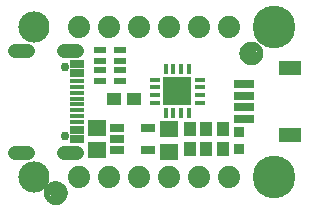
<source format=gbr>
G04 EAGLE Gerber RS-274X export*
G75*
%MOMM*%
%FSLAX34Y34*%
%LPD*%
%INSoldermask Top*%
%IPPOS*%
%AMOC8*
5,1,8,0,0,1.08239X$1,22.5*%
G01*
%ADD10C,2.641600*%
%ADD11R,1.601600X1.341600*%
%ADD12R,1.101600X1.176600*%
%ADD13R,0.901600X0.901600*%
%ADD14C,3.617600*%
%ADD15C,1.101600*%
%ADD16C,0.500000*%
%ADD17R,1.251600X0.676600*%
%ADD18R,1.251600X0.376600*%
%ADD19C,1.209600*%
%ADD20C,0.751600*%
%ADD21R,1.651600X0.701600*%
%ADD22R,1.901600X1.301600*%
%ADD23R,1.301600X0.651600*%
%ADD24R,2.401600X2.401600*%
%ADD25R,0.901600X0.451600*%
%ADD26R,0.451600X0.901600*%
%ADD27R,1.176600X1.101600*%
%ADD28R,1.001600X0.551600*%
%ADD29C,1.879600*%


D10*
X25400Y152400D03*
X25400Y25400D03*
D11*
X78740Y66650D03*
X78740Y47650D03*
D12*
X171450Y65650D03*
X171450Y48650D03*
D13*
X199390Y63380D03*
X199390Y48380D03*
D12*
X185420Y65650D03*
X185420Y48650D03*
D14*
X228600Y25400D03*
D15*
X43942Y11303D03*
D16*
X43942Y18803D02*
X43761Y18801D01*
X43580Y18794D01*
X43399Y18783D01*
X43218Y18768D01*
X43038Y18748D01*
X42858Y18724D01*
X42679Y18696D01*
X42501Y18663D01*
X42324Y18626D01*
X42147Y18585D01*
X41972Y18540D01*
X41797Y18490D01*
X41624Y18436D01*
X41453Y18378D01*
X41282Y18316D01*
X41114Y18249D01*
X40947Y18179D01*
X40781Y18105D01*
X40618Y18026D01*
X40457Y17944D01*
X40297Y17858D01*
X40140Y17768D01*
X39985Y17674D01*
X39832Y17577D01*
X39682Y17475D01*
X39534Y17371D01*
X39388Y17262D01*
X39246Y17151D01*
X39106Y17035D01*
X38969Y16917D01*
X38834Y16795D01*
X38703Y16670D01*
X38575Y16542D01*
X38450Y16411D01*
X38328Y16276D01*
X38210Y16139D01*
X38094Y15999D01*
X37983Y15857D01*
X37874Y15711D01*
X37770Y15563D01*
X37668Y15413D01*
X37571Y15260D01*
X37477Y15105D01*
X37387Y14948D01*
X37301Y14788D01*
X37219Y14627D01*
X37140Y14464D01*
X37066Y14298D01*
X36996Y14131D01*
X36929Y13963D01*
X36867Y13792D01*
X36809Y13621D01*
X36755Y13448D01*
X36705Y13273D01*
X36660Y13098D01*
X36619Y12921D01*
X36582Y12744D01*
X36549Y12566D01*
X36521Y12387D01*
X36497Y12207D01*
X36477Y12027D01*
X36462Y11846D01*
X36451Y11665D01*
X36444Y11484D01*
X36442Y11303D01*
X43942Y18803D02*
X44123Y18801D01*
X44304Y18794D01*
X44485Y18783D01*
X44666Y18768D01*
X44846Y18748D01*
X45026Y18724D01*
X45205Y18696D01*
X45383Y18663D01*
X45560Y18626D01*
X45737Y18585D01*
X45912Y18540D01*
X46087Y18490D01*
X46260Y18436D01*
X46431Y18378D01*
X46602Y18316D01*
X46770Y18249D01*
X46937Y18179D01*
X47103Y18105D01*
X47266Y18026D01*
X47427Y17944D01*
X47587Y17858D01*
X47744Y17768D01*
X47899Y17674D01*
X48052Y17577D01*
X48202Y17475D01*
X48350Y17371D01*
X48496Y17262D01*
X48638Y17151D01*
X48778Y17035D01*
X48915Y16917D01*
X49050Y16795D01*
X49181Y16670D01*
X49309Y16542D01*
X49434Y16411D01*
X49556Y16276D01*
X49674Y16139D01*
X49790Y15999D01*
X49901Y15857D01*
X50010Y15711D01*
X50114Y15563D01*
X50216Y15413D01*
X50313Y15260D01*
X50407Y15105D01*
X50497Y14948D01*
X50583Y14788D01*
X50665Y14627D01*
X50744Y14464D01*
X50818Y14298D01*
X50888Y14131D01*
X50955Y13963D01*
X51017Y13792D01*
X51075Y13621D01*
X51129Y13448D01*
X51179Y13273D01*
X51224Y13098D01*
X51265Y12921D01*
X51302Y12744D01*
X51335Y12566D01*
X51363Y12387D01*
X51387Y12207D01*
X51407Y12027D01*
X51422Y11846D01*
X51433Y11665D01*
X51440Y11484D01*
X51442Y11303D01*
X51440Y11122D01*
X51433Y10941D01*
X51422Y10760D01*
X51407Y10579D01*
X51387Y10399D01*
X51363Y10219D01*
X51335Y10040D01*
X51302Y9862D01*
X51265Y9685D01*
X51224Y9508D01*
X51179Y9333D01*
X51129Y9158D01*
X51075Y8985D01*
X51017Y8814D01*
X50955Y8643D01*
X50888Y8475D01*
X50818Y8308D01*
X50744Y8142D01*
X50665Y7979D01*
X50583Y7818D01*
X50497Y7658D01*
X50407Y7501D01*
X50313Y7346D01*
X50216Y7193D01*
X50114Y7043D01*
X50010Y6895D01*
X49901Y6749D01*
X49790Y6607D01*
X49674Y6467D01*
X49556Y6330D01*
X49434Y6195D01*
X49309Y6064D01*
X49181Y5936D01*
X49050Y5811D01*
X48915Y5689D01*
X48778Y5571D01*
X48638Y5455D01*
X48496Y5344D01*
X48350Y5235D01*
X48202Y5131D01*
X48052Y5029D01*
X47899Y4932D01*
X47744Y4838D01*
X47587Y4748D01*
X47427Y4662D01*
X47266Y4580D01*
X47103Y4501D01*
X46937Y4427D01*
X46770Y4357D01*
X46602Y4290D01*
X46431Y4228D01*
X46260Y4170D01*
X46087Y4116D01*
X45912Y4066D01*
X45737Y4021D01*
X45560Y3980D01*
X45383Y3943D01*
X45205Y3910D01*
X45026Y3882D01*
X44846Y3858D01*
X44666Y3838D01*
X44485Y3823D01*
X44304Y3812D01*
X44123Y3805D01*
X43942Y3803D01*
X43761Y3805D01*
X43580Y3812D01*
X43399Y3823D01*
X43218Y3838D01*
X43038Y3858D01*
X42858Y3882D01*
X42679Y3910D01*
X42501Y3943D01*
X42324Y3980D01*
X42147Y4021D01*
X41972Y4066D01*
X41797Y4116D01*
X41624Y4170D01*
X41453Y4228D01*
X41282Y4290D01*
X41114Y4357D01*
X40947Y4427D01*
X40781Y4501D01*
X40618Y4580D01*
X40457Y4662D01*
X40297Y4748D01*
X40140Y4838D01*
X39985Y4932D01*
X39832Y5029D01*
X39682Y5131D01*
X39534Y5235D01*
X39388Y5344D01*
X39246Y5455D01*
X39106Y5571D01*
X38969Y5689D01*
X38834Y5811D01*
X38703Y5936D01*
X38575Y6064D01*
X38450Y6195D01*
X38328Y6330D01*
X38210Y6467D01*
X38094Y6607D01*
X37983Y6749D01*
X37874Y6895D01*
X37770Y7043D01*
X37668Y7193D01*
X37571Y7346D01*
X37477Y7501D01*
X37387Y7658D01*
X37301Y7818D01*
X37219Y7979D01*
X37140Y8142D01*
X37066Y8308D01*
X36996Y8475D01*
X36929Y8643D01*
X36867Y8814D01*
X36809Y8985D01*
X36755Y9158D01*
X36705Y9333D01*
X36660Y9508D01*
X36619Y9685D01*
X36582Y9862D01*
X36549Y10040D01*
X36521Y10219D01*
X36497Y10399D01*
X36477Y10579D01*
X36462Y10760D01*
X36451Y10941D01*
X36444Y11122D01*
X36442Y11303D01*
D15*
X209550Y129540D03*
D16*
X209550Y137040D02*
X209369Y137038D01*
X209188Y137031D01*
X209007Y137020D01*
X208826Y137005D01*
X208646Y136985D01*
X208466Y136961D01*
X208287Y136933D01*
X208109Y136900D01*
X207932Y136863D01*
X207755Y136822D01*
X207580Y136777D01*
X207405Y136727D01*
X207232Y136673D01*
X207061Y136615D01*
X206890Y136553D01*
X206722Y136486D01*
X206555Y136416D01*
X206389Y136342D01*
X206226Y136263D01*
X206065Y136181D01*
X205905Y136095D01*
X205748Y136005D01*
X205593Y135911D01*
X205440Y135814D01*
X205290Y135712D01*
X205142Y135608D01*
X204996Y135499D01*
X204854Y135388D01*
X204714Y135272D01*
X204577Y135154D01*
X204442Y135032D01*
X204311Y134907D01*
X204183Y134779D01*
X204058Y134648D01*
X203936Y134513D01*
X203818Y134376D01*
X203702Y134236D01*
X203591Y134094D01*
X203482Y133948D01*
X203378Y133800D01*
X203276Y133650D01*
X203179Y133497D01*
X203085Y133342D01*
X202995Y133185D01*
X202909Y133025D01*
X202827Y132864D01*
X202748Y132701D01*
X202674Y132535D01*
X202604Y132368D01*
X202537Y132200D01*
X202475Y132029D01*
X202417Y131858D01*
X202363Y131685D01*
X202313Y131510D01*
X202268Y131335D01*
X202227Y131158D01*
X202190Y130981D01*
X202157Y130803D01*
X202129Y130624D01*
X202105Y130444D01*
X202085Y130264D01*
X202070Y130083D01*
X202059Y129902D01*
X202052Y129721D01*
X202050Y129540D01*
X209550Y137040D02*
X209731Y137038D01*
X209912Y137031D01*
X210093Y137020D01*
X210274Y137005D01*
X210454Y136985D01*
X210634Y136961D01*
X210813Y136933D01*
X210991Y136900D01*
X211168Y136863D01*
X211345Y136822D01*
X211520Y136777D01*
X211695Y136727D01*
X211868Y136673D01*
X212039Y136615D01*
X212210Y136553D01*
X212378Y136486D01*
X212545Y136416D01*
X212711Y136342D01*
X212874Y136263D01*
X213035Y136181D01*
X213195Y136095D01*
X213352Y136005D01*
X213507Y135911D01*
X213660Y135814D01*
X213810Y135712D01*
X213958Y135608D01*
X214104Y135499D01*
X214246Y135388D01*
X214386Y135272D01*
X214523Y135154D01*
X214658Y135032D01*
X214789Y134907D01*
X214917Y134779D01*
X215042Y134648D01*
X215164Y134513D01*
X215282Y134376D01*
X215398Y134236D01*
X215509Y134094D01*
X215618Y133948D01*
X215722Y133800D01*
X215824Y133650D01*
X215921Y133497D01*
X216015Y133342D01*
X216105Y133185D01*
X216191Y133025D01*
X216273Y132864D01*
X216352Y132701D01*
X216426Y132535D01*
X216496Y132368D01*
X216563Y132200D01*
X216625Y132029D01*
X216683Y131858D01*
X216737Y131685D01*
X216787Y131510D01*
X216832Y131335D01*
X216873Y131158D01*
X216910Y130981D01*
X216943Y130803D01*
X216971Y130624D01*
X216995Y130444D01*
X217015Y130264D01*
X217030Y130083D01*
X217041Y129902D01*
X217048Y129721D01*
X217050Y129540D01*
X217048Y129359D01*
X217041Y129178D01*
X217030Y128997D01*
X217015Y128816D01*
X216995Y128636D01*
X216971Y128456D01*
X216943Y128277D01*
X216910Y128099D01*
X216873Y127922D01*
X216832Y127745D01*
X216787Y127570D01*
X216737Y127395D01*
X216683Y127222D01*
X216625Y127051D01*
X216563Y126880D01*
X216496Y126712D01*
X216426Y126545D01*
X216352Y126379D01*
X216273Y126216D01*
X216191Y126055D01*
X216105Y125895D01*
X216015Y125738D01*
X215921Y125583D01*
X215824Y125430D01*
X215722Y125280D01*
X215618Y125132D01*
X215509Y124986D01*
X215398Y124844D01*
X215282Y124704D01*
X215164Y124567D01*
X215042Y124432D01*
X214917Y124301D01*
X214789Y124173D01*
X214658Y124048D01*
X214523Y123926D01*
X214386Y123808D01*
X214246Y123692D01*
X214104Y123581D01*
X213958Y123472D01*
X213810Y123368D01*
X213660Y123266D01*
X213507Y123169D01*
X213352Y123075D01*
X213195Y122985D01*
X213035Y122899D01*
X212874Y122817D01*
X212711Y122738D01*
X212545Y122664D01*
X212378Y122594D01*
X212210Y122527D01*
X212039Y122465D01*
X211868Y122407D01*
X211695Y122353D01*
X211520Y122303D01*
X211345Y122258D01*
X211168Y122217D01*
X210991Y122180D01*
X210813Y122147D01*
X210634Y122119D01*
X210454Y122095D01*
X210274Y122075D01*
X210093Y122060D01*
X209912Y122049D01*
X209731Y122042D01*
X209550Y122040D01*
X209369Y122042D01*
X209188Y122049D01*
X209007Y122060D01*
X208826Y122075D01*
X208646Y122095D01*
X208466Y122119D01*
X208287Y122147D01*
X208109Y122180D01*
X207932Y122217D01*
X207755Y122258D01*
X207580Y122303D01*
X207405Y122353D01*
X207232Y122407D01*
X207061Y122465D01*
X206890Y122527D01*
X206722Y122594D01*
X206555Y122664D01*
X206389Y122738D01*
X206226Y122817D01*
X206065Y122899D01*
X205905Y122985D01*
X205748Y123075D01*
X205593Y123169D01*
X205440Y123266D01*
X205290Y123368D01*
X205142Y123472D01*
X204996Y123581D01*
X204854Y123692D01*
X204714Y123808D01*
X204577Y123926D01*
X204442Y124048D01*
X204311Y124173D01*
X204183Y124301D01*
X204058Y124432D01*
X203936Y124567D01*
X203818Y124704D01*
X203702Y124844D01*
X203591Y124986D01*
X203482Y125132D01*
X203378Y125280D01*
X203276Y125430D01*
X203179Y125583D01*
X203085Y125738D01*
X202995Y125895D01*
X202909Y126055D01*
X202827Y126216D01*
X202748Y126379D01*
X202674Y126545D01*
X202604Y126712D01*
X202537Y126880D01*
X202475Y127051D01*
X202417Y127222D01*
X202363Y127395D01*
X202313Y127570D01*
X202268Y127745D01*
X202227Y127922D01*
X202190Y128099D01*
X202157Y128277D01*
X202129Y128456D01*
X202105Y128636D01*
X202085Y128816D01*
X202070Y128997D01*
X202059Y129178D01*
X202052Y129359D01*
X202050Y129540D01*
D14*
X228600Y152400D03*
D17*
X62120Y120900D03*
X62120Y112900D03*
D18*
X62120Y106400D03*
X62120Y101400D03*
X62120Y96400D03*
X62120Y91400D03*
X62120Y86400D03*
X62120Y81400D03*
X62120Y76400D03*
X62120Y71400D03*
D17*
X62120Y64900D03*
X62120Y56900D03*
D19*
X20110Y132100D02*
X9030Y132100D01*
X9030Y45700D02*
X20110Y45700D01*
X50830Y45700D02*
X61910Y45700D01*
X61910Y132100D02*
X50830Y132100D01*
D20*
X51370Y60000D03*
X51370Y117800D03*
D21*
X203460Y83900D03*
X203460Y93900D03*
X203460Y73900D03*
X203460Y103900D03*
D22*
X242460Y60900D03*
X242460Y116900D03*
D12*
X157480Y65650D03*
X157480Y48650D03*
D11*
X139700Y65380D03*
X139700Y46380D03*
D23*
X96219Y66650D03*
X96219Y57150D03*
X96219Y47650D03*
X122221Y47650D03*
X122221Y66650D03*
D24*
X146685Y97790D03*
D25*
X165685Y88040D03*
X165685Y94540D03*
X165685Y101040D03*
X165685Y107540D03*
D26*
X156435Y116790D03*
X149935Y116790D03*
X143435Y116790D03*
X136935Y116790D03*
D25*
X127685Y107540D03*
X127685Y101040D03*
X127685Y94540D03*
X127685Y88040D03*
D26*
X136935Y78790D03*
X143435Y78790D03*
X149935Y78790D03*
X156435Y78790D03*
D27*
X110100Y91440D03*
X93100Y91440D03*
D28*
X81670Y106380D03*
X98670Y106380D03*
X81670Y115380D03*
X81670Y123380D03*
X81670Y132380D03*
X98670Y132380D03*
X98670Y115380D03*
X98670Y123380D03*
D29*
X63500Y152400D03*
X88900Y152400D03*
X114300Y152400D03*
X139700Y152400D03*
X165100Y152400D03*
X190500Y152400D03*
X63500Y25400D03*
X88900Y25400D03*
X114300Y25400D03*
X139700Y25400D03*
X165100Y25400D03*
X190500Y25400D03*
M02*

</source>
